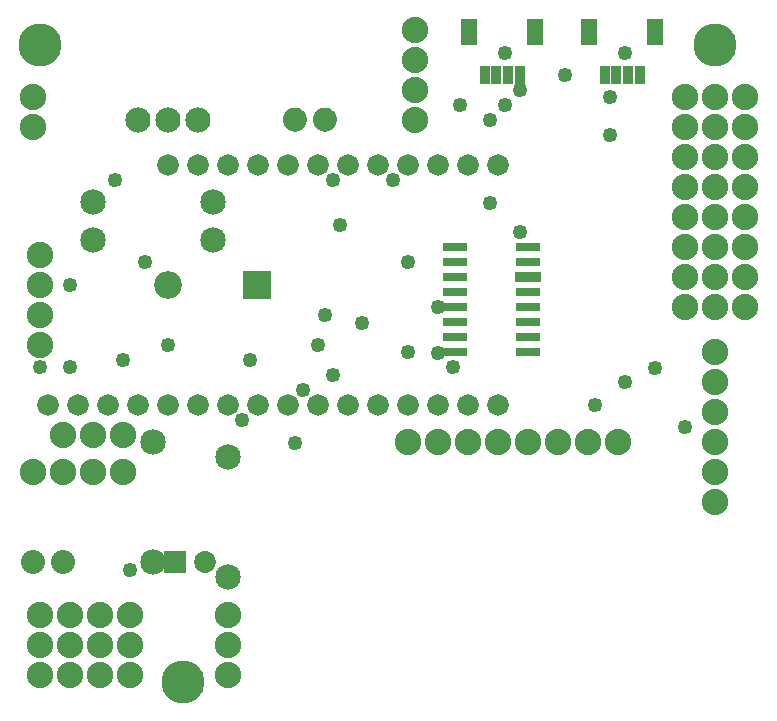
<source format=gts>
G04 MADE WITH FRITZING*
G04 WWW.FRITZING.ORG*
G04 DOUBLE SIDED*
G04 HOLES PLATED*
G04 CONTOUR ON CENTER OF CONTOUR VECTOR*
%ASAXBY*%
%FSLAX23Y23*%
%MOIN*%
%OFA0B0*%
%SFA1.0B1.0*%
%ADD10C,0.049370*%
%ADD11C,0.088000*%
%ADD12C,0.072000*%
%ADD13C,0.085000*%
%ADD14C,0.143858*%
%ADD15C,0.080000*%
%ADD16C,0.072992*%
%ADD17C,0.084000*%
%ADD18C,0.092000*%
%ADD19R,0.057244X0.088740*%
%ADD20R,0.033622X0.063150*%
%ADD21R,0.090000X0.036000*%
%ADD22R,0.072992X0.072992*%
%ADD23R,0.092000X0.092000*%
%ADD24C,0.010000*%
%ADD25R,0.001000X0.001000*%
%LNMASK1*%
G90*
G70*
G54D10*
X205Y1150D03*
X456Y1500D03*
X1656Y2199D03*
X531Y1225D03*
X1056Y1325D03*
X1331Y1200D03*
X1031Y1225D03*
X2006Y1925D03*
X1506Y2025D03*
X1656Y2025D03*
X1706Y2075D03*
X780Y975D03*
G54D11*
X381Y925D03*
X281Y925D03*
X181Y925D03*
X81Y1950D03*
X81Y2050D03*
G54D10*
X381Y1175D03*
X1331Y1500D03*
X1281Y1775D03*
X806Y1175D03*
X106Y1150D03*
G54D12*
X1631Y1025D03*
X1531Y1025D03*
X1431Y1025D03*
X1331Y1025D03*
X1231Y1025D03*
X1131Y1025D03*
X1031Y1025D03*
X931Y1025D03*
X831Y1025D03*
X731Y1025D03*
X631Y1025D03*
X531Y1025D03*
X431Y1025D03*
X331Y1025D03*
X231Y1025D03*
X131Y1025D03*
X531Y1825D03*
X631Y1825D03*
X731Y1825D03*
X831Y1825D03*
X931Y1825D03*
X1031Y1825D03*
X1131Y1825D03*
X1231Y1825D03*
X1331Y1825D03*
X1431Y1825D03*
X1531Y1825D03*
X1631Y1825D03*
G54D10*
X1481Y1150D03*
X2055Y2199D03*
X2006Y2050D03*
X1180Y1299D03*
X982Y1073D03*
X956Y899D03*
X406Y474D03*
G54D11*
X2356Y1350D03*
X2356Y1450D03*
X2356Y1550D03*
X2356Y1650D03*
X2356Y1750D03*
X2356Y1850D03*
X2356Y1950D03*
X2356Y2050D03*
X2456Y1350D03*
X2456Y1450D03*
X2456Y1550D03*
X2456Y1650D03*
X2456Y1750D03*
X2456Y1850D03*
X2456Y1950D03*
X2456Y2050D03*
G54D10*
X1856Y2125D03*
X1606Y1975D03*
X1431Y1350D03*
X1431Y1199D03*
X1081Y1125D03*
G54D11*
X2256Y1350D03*
X2256Y1450D03*
X2256Y1550D03*
X2256Y1650D03*
X2256Y1750D03*
X2256Y1850D03*
X2256Y1950D03*
X2256Y2050D03*
G54D13*
X481Y900D03*
X481Y500D03*
G54D14*
X2356Y2225D03*
G54D11*
X2031Y900D03*
X1931Y900D03*
X1831Y900D03*
X1731Y900D03*
X1631Y900D03*
X1531Y900D03*
X1431Y900D03*
X1331Y900D03*
G54D10*
X1081Y1775D03*
G54D15*
X181Y500D03*
X81Y500D03*
G54D16*
X557Y500D03*
X656Y500D03*
G54D14*
X106Y2225D03*
G54D10*
X2056Y1100D03*
X1106Y1625D03*
G54D11*
X1356Y1975D03*
X1356Y2075D03*
X1356Y2175D03*
X1356Y2275D03*
X106Y1225D03*
X106Y1325D03*
X106Y1425D03*
X106Y1525D03*
X106Y225D03*
X206Y225D03*
X306Y225D03*
X406Y225D03*
G54D13*
X731Y450D03*
X731Y850D03*
G54D17*
X431Y1975D03*
X531Y1975D03*
X631Y1975D03*
X431Y1975D03*
X531Y1975D03*
X631Y1975D03*
G54D10*
X2256Y950D03*
G54D11*
X106Y125D03*
X206Y125D03*
X306Y125D03*
X406Y125D03*
G54D13*
X281Y1575D03*
X681Y1575D03*
G54D11*
X731Y125D03*
X731Y225D03*
X731Y325D03*
G54D10*
X2155Y1149D03*
G54D11*
X106Y325D03*
X206Y325D03*
X306Y325D03*
X406Y325D03*
G54D14*
X581Y100D03*
G54D10*
X1956Y1025D03*
G54D13*
X281Y1700D03*
X681Y1700D03*
G54D11*
X81Y800D03*
X181Y800D03*
X281Y800D03*
X381Y800D03*
G54D10*
X1706Y1600D03*
G54D11*
X2356Y700D03*
X2356Y800D03*
X2356Y900D03*
X2356Y1000D03*
X2356Y1100D03*
X2356Y1200D03*
G54D10*
X1606Y1699D03*
G54D18*
X829Y1425D03*
X531Y1425D03*
G54D10*
X206Y1425D03*
X356Y1775D03*
G54D19*
X2157Y2269D03*
X1937Y2269D03*
G54D20*
X2106Y2125D03*
X2066Y2125D03*
X2027Y2125D03*
X1988Y2125D03*
G54D19*
X1757Y2269D03*
X1537Y2269D03*
G54D20*
X1706Y2125D03*
X1666Y2125D03*
X1627Y2125D03*
X1588Y2125D03*
G54D21*
X1731Y1450D03*
G54D22*
X557Y500D03*
G54D23*
X830Y1425D03*
G54D24*
G36*
X1691Y1213D02*
X1771Y1213D01*
X1771Y1187D01*
X1691Y1187D01*
X1691Y1213D01*
G37*
D02*
G36*
X1691Y1263D02*
X1771Y1263D01*
X1771Y1237D01*
X1691Y1237D01*
X1691Y1263D01*
G37*
D02*
G36*
X1691Y1313D02*
X1771Y1313D01*
X1771Y1287D01*
X1691Y1287D01*
X1691Y1313D01*
G37*
D02*
G36*
X1691Y1363D02*
X1771Y1363D01*
X1771Y1337D01*
X1691Y1337D01*
X1691Y1363D01*
G37*
D02*
G36*
X1691Y1413D02*
X1771Y1413D01*
X1771Y1387D01*
X1691Y1387D01*
X1691Y1413D01*
G37*
D02*
G36*
X1691Y1513D02*
X1771Y1513D01*
X1771Y1487D01*
X1691Y1487D01*
X1691Y1513D01*
G37*
D02*
G36*
X1691Y1563D02*
X1771Y1563D01*
X1771Y1537D01*
X1691Y1537D01*
X1691Y1563D01*
G37*
D02*
G36*
X1449Y1563D02*
X1529Y1563D01*
X1529Y1537D01*
X1449Y1537D01*
X1449Y1563D01*
G37*
D02*
G36*
X1449Y1513D02*
X1529Y1513D01*
X1529Y1487D01*
X1449Y1487D01*
X1449Y1513D01*
G37*
D02*
G36*
X1449Y1463D02*
X1529Y1463D01*
X1529Y1437D01*
X1449Y1437D01*
X1449Y1463D01*
G37*
D02*
G36*
X1449Y1413D02*
X1529Y1413D01*
X1529Y1387D01*
X1449Y1387D01*
X1449Y1413D01*
G37*
D02*
G36*
X1449Y1363D02*
X1529Y1363D01*
X1529Y1337D01*
X1449Y1337D01*
X1449Y1363D01*
G37*
D02*
G36*
X1449Y1313D02*
X1529Y1313D01*
X1529Y1287D01*
X1449Y1287D01*
X1449Y1313D01*
G37*
D02*
G36*
X1449Y1263D02*
X1529Y1263D01*
X1529Y1237D01*
X1449Y1237D01*
X1449Y1263D01*
G37*
D02*
G36*
X1449Y1213D02*
X1529Y1213D01*
X1529Y1187D01*
X1449Y1187D01*
X1449Y1213D01*
G37*
D02*
G54D25*
X951Y2015D02*
X959Y2015D01*
X1051Y2015D02*
X1059Y2015D01*
X946Y2014D02*
X964Y2014D01*
X1046Y2014D02*
X1064Y2014D01*
X942Y2013D02*
X968Y2013D01*
X1042Y2013D02*
X1068Y2013D01*
X940Y2012D02*
X971Y2012D01*
X1040Y2012D02*
X1071Y2012D01*
X938Y2011D02*
X973Y2011D01*
X1038Y2011D02*
X1073Y2011D01*
X936Y2010D02*
X974Y2010D01*
X1036Y2010D02*
X1074Y2010D01*
X934Y2009D02*
X976Y2009D01*
X1034Y2009D02*
X1076Y2009D01*
X933Y2008D02*
X978Y2008D01*
X1033Y2008D02*
X1078Y2008D01*
X931Y2007D02*
X979Y2007D01*
X1031Y2007D02*
X1079Y2007D01*
X930Y2006D02*
X980Y2006D01*
X1030Y2006D02*
X1080Y2006D01*
X929Y2005D02*
X981Y2005D01*
X1029Y2005D02*
X1081Y2005D01*
X928Y2004D02*
X982Y2004D01*
X1028Y2004D02*
X1082Y2004D01*
X927Y2003D02*
X983Y2003D01*
X1027Y2003D02*
X1083Y2003D01*
X926Y2002D02*
X984Y2002D01*
X1026Y2002D02*
X1084Y2002D01*
X925Y2001D02*
X985Y2001D01*
X1025Y2001D02*
X1085Y2001D01*
X924Y2000D02*
X986Y2000D01*
X1024Y2000D02*
X1086Y2000D01*
X924Y1999D02*
X987Y1999D01*
X1024Y1999D02*
X1087Y1999D01*
X923Y1998D02*
X987Y1998D01*
X1023Y1998D02*
X1087Y1998D01*
X922Y1997D02*
X988Y1997D01*
X1022Y1997D02*
X1088Y1997D01*
X922Y1996D02*
X989Y1996D01*
X1022Y1996D02*
X1089Y1996D01*
X921Y1995D02*
X989Y1995D01*
X1021Y1995D02*
X1089Y1995D01*
X920Y1994D02*
X990Y1994D01*
X1020Y1994D02*
X1090Y1994D01*
X920Y1993D02*
X990Y1993D01*
X1020Y1993D02*
X1090Y1993D01*
X919Y1992D02*
X991Y1992D01*
X1019Y1992D02*
X1091Y1992D01*
X919Y1991D02*
X991Y1991D01*
X1019Y1991D02*
X1091Y1991D01*
X918Y1990D02*
X992Y1990D01*
X1018Y1990D02*
X1092Y1990D01*
X918Y1989D02*
X992Y1989D01*
X1018Y1989D02*
X1092Y1989D01*
X918Y1988D02*
X993Y1988D01*
X1018Y1988D02*
X1092Y1988D01*
X917Y1987D02*
X993Y1987D01*
X1017Y1987D02*
X1093Y1987D01*
X917Y1986D02*
X993Y1986D01*
X1017Y1986D02*
X1093Y1986D01*
X917Y1985D02*
X993Y1985D01*
X1017Y1985D02*
X1093Y1985D01*
X917Y1984D02*
X994Y1984D01*
X1017Y1984D02*
X1094Y1984D01*
X916Y1983D02*
X994Y1983D01*
X1016Y1983D02*
X1094Y1983D01*
X916Y1982D02*
X994Y1982D01*
X1016Y1982D02*
X1094Y1982D01*
X916Y1981D02*
X994Y1981D01*
X1016Y1981D02*
X1094Y1981D01*
X916Y1980D02*
X994Y1980D01*
X1016Y1980D02*
X1094Y1980D01*
X916Y1979D02*
X994Y1979D01*
X1016Y1979D02*
X1094Y1979D01*
X916Y1978D02*
X994Y1978D01*
X1016Y1978D02*
X1094Y1978D01*
X916Y1977D02*
X995Y1977D01*
X1016Y1977D02*
X1095Y1977D01*
X916Y1976D02*
X995Y1976D01*
X1016Y1976D02*
X1095Y1976D01*
X916Y1975D02*
X995Y1975D01*
X1016Y1975D02*
X1095Y1975D01*
X916Y1974D02*
X995Y1974D01*
X1016Y1974D02*
X1095Y1974D01*
X916Y1973D02*
X994Y1973D01*
X1016Y1973D02*
X1094Y1973D01*
X916Y1972D02*
X994Y1972D01*
X1016Y1972D02*
X1094Y1972D01*
X916Y1971D02*
X994Y1971D01*
X1016Y1971D02*
X1094Y1971D01*
X916Y1970D02*
X994Y1970D01*
X1016Y1970D02*
X1094Y1970D01*
X916Y1969D02*
X994Y1969D01*
X1016Y1969D02*
X1094Y1969D01*
X916Y1968D02*
X994Y1968D01*
X1016Y1968D02*
X1094Y1968D01*
X917Y1967D02*
X994Y1967D01*
X1017Y1967D02*
X1094Y1967D01*
X917Y1966D02*
X993Y1966D01*
X1017Y1966D02*
X1093Y1966D01*
X917Y1965D02*
X993Y1965D01*
X1017Y1965D02*
X1093Y1965D01*
X917Y1964D02*
X993Y1964D01*
X1017Y1964D02*
X1093Y1964D01*
X918Y1963D02*
X993Y1963D01*
X1018Y1963D02*
X1093Y1963D01*
X918Y1962D02*
X992Y1962D01*
X1018Y1962D02*
X1092Y1962D01*
X918Y1961D02*
X992Y1961D01*
X1018Y1961D02*
X1092Y1961D01*
X919Y1960D02*
X992Y1960D01*
X1019Y1960D02*
X1092Y1960D01*
X919Y1959D02*
X991Y1959D01*
X1019Y1959D02*
X1091Y1959D01*
X920Y1958D02*
X991Y1958D01*
X1020Y1958D02*
X1091Y1958D01*
X920Y1957D02*
X990Y1957D01*
X1020Y1957D02*
X1090Y1957D01*
X921Y1956D02*
X990Y1956D01*
X1021Y1956D02*
X1090Y1956D01*
X921Y1955D02*
X989Y1955D01*
X1021Y1955D02*
X1089Y1955D01*
X922Y1954D02*
X988Y1954D01*
X1022Y1954D02*
X1088Y1954D01*
X923Y1953D02*
X988Y1953D01*
X1023Y1953D02*
X1088Y1953D01*
X923Y1952D02*
X987Y1952D01*
X1023Y1952D02*
X1087Y1952D01*
X924Y1951D02*
X986Y1951D01*
X1024Y1951D02*
X1086Y1951D01*
X925Y1950D02*
X986Y1950D01*
X1025Y1950D02*
X1086Y1950D01*
X926Y1949D02*
X985Y1949D01*
X1026Y1949D02*
X1085Y1949D01*
X927Y1948D02*
X984Y1948D01*
X1026Y1948D02*
X1084Y1948D01*
X927Y1947D02*
X983Y1947D01*
X1027Y1947D02*
X1083Y1947D01*
X929Y1946D02*
X982Y1946D01*
X1029Y1946D02*
X1082Y1946D01*
X930Y1945D02*
X981Y1945D01*
X1030Y1945D02*
X1081Y1945D01*
X931Y1944D02*
X979Y1944D01*
X1031Y1944D02*
X1079Y1944D01*
X932Y1943D02*
X978Y1943D01*
X1032Y1943D02*
X1078Y1943D01*
X934Y1942D02*
X977Y1942D01*
X1034Y1942D02*
X1077Y1942D01*
X935Y1941D02*
X975Y1941D01*
X1035Y1941D02*
X1075Y1941D01*
X937Y1940D02*
X973Y1940D01*
X1037Y1940D02*
X1073Y1940D01*
X939Y1939D02*
X971Y1939D01*
X1039Y1939D02*
X1071Y1939D01*
X941Y1938D02*
X969Y1938D01*
X1041Y1938D02*
X1069Y1938D01*
X944Y1937D02*
X966Y1937D01*
X1044Y1937D02*
X1066Y1937D01*
X949Y1936D02*
X961Y1936D01*
X1049Y1936D02*
X1061Y1936D01*
D02*
G04 End of Mask1*
M02*
</source>
